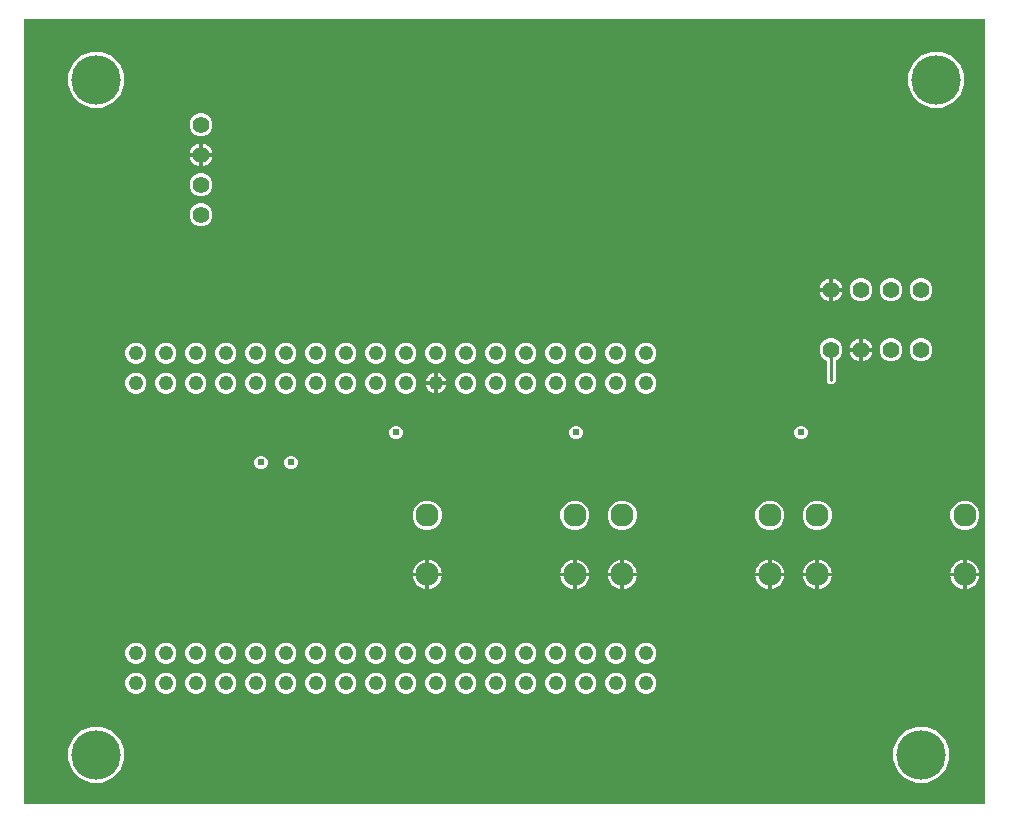
<source format=gbr>
G04 EAGLE Gerber RS-274X export*
G75*
%MOMM*%
%FSLAX34Y34*%
%LPD*%
%INCopper Layer 2*%
%IPPOS*%
%AMOC8*
5,1,8,0,0,1.08239X$1,22.5*%
G01*
%ADD10C,4.191000*%
%ADD11C,1.960000*%
%ADD12C,1.244600*%
%ADD13C,1.422400*%
%ADD14C,0.609600*%
%ADD15C,0.254000*%

G36*
X815668Y2544D02*
X815668Y2544D01*
X815687Y2542D01*
X815789Y2564D01*
X815891Y2580D01*
X815908Y2590D01*
X815928Y2594D01*
X816017Y2647D01*
X816108Y2696D01*
X816122Y2710D01*
X816139Y2720D01*
X816206Y2799D01*
X816278Y2874D01*
X816286Y2892D01*
X816299Y2907D01*
X816338Y3003D01*
X816381Y3097D01*
X816383Y3117D01*
X816391Y3135D01*
X816409Y3302D01*
X816409Y666498D01*
X816406Y666518D01*
X816408Y666537D01*
X816386Y666639D01*
X816370Y666741D01*
X816360Y666758D01*
X816356Y666778D01*
X816303Y666867D01*
X816254Y666958D01*
X816240Y666972D01*
X816230Y666989D01*
X816151Y667056D01*
X816076Y667128D01*
X816058Y667136D01*
X816043Y667149D01*
X815947Y667188D01*
X815853Y667231D01*
X815833Y667233D01*
X815815Y667241D01*
X815648Y667259D01*
X3302Y667259D01*
X3282Y667256D01*
X3263Y667258D01*
X3161Y667236D01*
X3059Y667220D01*
X3042Y667210D01*
X3022Y667206D01*
X2933Y667153D01*
X2842Y667104D01*
X2828Y667090D01*
X2811Y667080D01*
X2744Y667001D01*
X2672Y666926D01*
X2664Y666908D01*
X2651Y666893D01*
X2612Y666797D01*
X2569Y666703D01*
X2567Y666683D01*
X2559Y666665D01*
X2541Y666498D01*
X2541Y3302D01*
X2544Y3282D01*
X2542Y3263D01*
X2564Y3161D01*
X2580Y3059D01*
X2590Y3042D01*
X2594Y3022D01*
X2647Y2933D01*
X2696Y2842D01*
X2710Y2828D01*
X2720Y2811D01*
X2799Y2744D01*
X2874Y2672D01*
X2892Y2664D01*
X2907Y2651D01*
X3003Y2612D01*
X3097Y2569D01*
X3117Y2567D01*
X3135Y2559D01*
X3302Y2541D01*
X815648Y2541D01*
X815668Y2544D01*
G37*
%LPC*%
G36*
X770026Y592454D02*
X770026Y592454D01*
X761391Y596031D01*
X754781Y602641D01*
X751204Y611276D01*
X751204Y620624D01*
X754781Y629259D01*
X761391Y635869D01*
X770026Y639446D01*
X779374Y639446D01*
X788009Y635869D01*
X794619Y629259D01*
X798196Y620624D01*
X798196Y611276D01*
X794619Y602641D01*
X788009Y596031D01*
X779374Y592454D01*
X770026Y592454D01*
G37*
%LPD*%
%LPC*%
G36*
X58826Y592454D02*
X58826Y592454D01*
X50191Y596031D01*
X43581Y602641D01*
X40004Y611276D01*
X40004Y620624D01*
X43581Y629259D01*
X50191Y635869D01*
X58826Y639446D01*
X68174Y639446D01*
X76809Y635869D01*
X83419Y629259D01*
X86996Y620624D01*
X86996Y611276D01*
X83419Y602641D01*
X76809Y596031D01*
X68174Y592454D01*
X58826Y592454D01*
G37*
%LPD*%
%LPC*%
G36*
X757326Y20954D02*
X757326Y20954D01*
X748691Y24531D01*
X742081Y31141D01*
X738504Y39776D01*
X738504Y49124D01*
X742081Y57759D01*
X748691Y64369D01*
X757326Y67946D01*
X766674Y67946D01*
X775309Y64369D01*
X781919Y57759D01*
X785496Y49124D01*
X785496Y39776D01*
X781919Y31141D01*
X775309Y24531D01*
X766674Y20954D01*
X757326Y20954D01*
G37*
%LPD*%
%LPC*%
G36*
X58826Y20954D02*
X58826Y20954D01*
X50191Y24531D01*
X43581Y31141D01*
X40004Y39776D01*
X40004Y49124D01*
X43581Y57759D01*
X50191Y64369D01*
X58826Y67946D01*
X68174Y67946D01*
X76809Y64369D01*
X83419Y57759D01*
X86996Y49124D01*
X86996Y39776D01*
X83419Y31141D01*
X76809Y24531D01*
X68174Y20954D01*
X58826Y20954D01*
G37*
%LPD*%
%LPC*%
G36*
X631545Y234909D02*
X631545Y234909D01*
X627010Y236788D01*
X623538Y240260D01*
X621659Y244795D01*
X621659Y249705D01*
X623538Y254240D01*
X627010Y257712D01*
X631545Y259591D01*
X636455Y259591D01*
X640990Y257712D01*
X644462Y254240D01*
X646341Y249705D01*
X646341Y244795D01*
X644462Y240260D01*
X640990Y236788D01*
X636455Y234909D01*
X631545Y234909D01*
G37*
%LPD*%
%LPC*%
G36*
X341445Y234909D02*
X341445Y234909D01*
X336910Y236788D01*
X333438Y240260D01*
X331559Y244795D01*
X331559Y249705D01*
X333438Y254240D01*
X336910Y257712D01*
X341445Y259591D01*
X346355Y259591D01*
X350890Y257712D01*
X354362Y254240D01*
X356241Y249705D01*
X356241Y244795D01*
X354362Y240260D01*
X350890Y236788D01*
X346355Y234909D01*
X341445Y234909D01*
G37*
%LPD*%
%LPC*%
G36*
X671645Y234909D02*
X671645Y234909D01*
X667110Y236788D01*
X663638Y240260D01*
X661759Y244795D01*
X661759Y249705D01*
X663638Y254240D01*
X667110Y257712D01*
X671645Y259591D01*
X676555Y259591D01*
X681090Y257712D01*
X684562Y254240D01*
X686441Y249705D01*
X686441Y244795D01*
X684562Y240260D01*
X681090Y236788D01*
X676555Y234909D01*
X671645Y234909D01*
G37*
%LPD*%
%LPC*%
G36*
X796645Y234909D02*
X796645Y234909D01*
X792110Y236788D01*
X788638Y240260D01*
X786759Y244795D01*
X786759Y249705D01*
X788638Y254240D01*
X792110Y257712D01*
X796645Y259591D01*
X801555Y259591D01*
X806090Y257712D01*
X809562Y254240D01*
X811441Y249705D01*
X811441Y244795D01*
X809562Y240260D01*
X806090Y236788D01*
X801555Y234909D01*
X796645Y234909D01*
G37*
%LPD*%
%LPC*%
G36*
X466445Y234909D02*
X466445Y234909D01*
X461910Y236788D01*
X458438Y240260D01*
X456559Y244795D01*
X456559Y249705D01*
X458438Y254240D01*
X461910Y257712D01*
X466445Y259591D01*
X471355Y259591D01*
X475890Y257712D01*
X479362Y254240D01*
X481241Y249705D01*
X481241Y244795D01*
X479362Y240260D01*
X475890Y236788D01*
X471355Y234909D01*
X466445Y234909D01*
G37*
%LPD*%
%LPC*%
G36*
X506545Y234909D02*
X506545Y234909D01*
X502010Y236788D01*
X498538Y240260D01*
X496659Y244795D01*
X496659Y249705D01*
X498538Y254240D01*
X502010Y257712D01*
X506545Y259591D01*
X511455Y259591D01*
X515990Y257712D01*
X519462Y254240D01*
X521341Y249705D01*
X521341Y244795D01*
X519462Y240260D01*
X515990Y236788D01*
X511455Y234909D01*
X506545Y234909D01*
G37*
%LPD*%
%LPC*%
G36*
X684222Y358139D02*
X684222Y358139D01*
X681989Y360372D01*
X681989Y377972D01*
X681970Y378087D01*
X681953Y378203D01*
X681951Y378208D01*
X681950Y378215D01*
X681895Y378317D01*
X681842Y378422D01*
X681837Y378426D01*
X681834Y378432D01*
X681750Y378512D01*
X681666Y378594D01*
X681660Y378598D01*
X681656Y378601D01*
X681639Y378609D01*
X681519Y378675D01*
X680332Y379167D01*
X677617Y381882D01*
X676147Y385430D01*
X676147Y389270D01*
X677617Y392818D01*
X680332Y395533D01*
X683880Y397003D01*
X687720Y397003D01*
X691268Y395533D01*
X693983Y392818D01*
X695453Y389270D01*
X695453Y385430D01*
X693983Y381882D01*
X691268Y379167D01*
X690081Y378675D01*
X689981Y378614D01*
X689881Y378554D01*
X689877Y378549D01*
X689872Y378545D01*
X689797Y378456D01*
X689721Y378367D01*
X689719Y378361D01*
X689715Y378356D01*
X689673Y378248D01*
X689629Y378138D01*
X689628Y378131D01*
X689627Y378126D01*
X689626Y378108D01*
X689611Y377972D01*
X689611Y360372D01*
X687378Y358139D01*
X684222Y358139D01*
G37*
%LPD*%
%LPC*%
G36*
X150480Y568197D02*
X150480Y568197D01*
X146932Y569667D01*
X144217Y572382D01*
X142747Y575930D01*
X142747Y579770D01*
X144217Y583318D01*
X146932Y586033D01*
X150480Y587503D01*
X154320Y587503D01*
X157868Y586033D01*
X160583Y583318D01*
X162053Y579770D01*
X162053Y575930D01*
X160583Y572382D01*
X157868Y569667D01*
X154320Y568197D01*
X150480Y568197D01*
G37*
%LPD*%
%LPC*%
G36*
X760080Y377697D02*
X760080Y377697D01*
X756532Y379167D01*
X753817Y381882D01*
X752347Y385430D01*
X752347Y389270D01*
X753817Y392818D01*
X756532Y395533D01*
X760080Y397003D01*
X763920Y397003D01*
X767468Y395533D01*
X770183Y392818D01*
X771653Y389270D01*
X771653Y385430D01*
X770183Y381882D01*
X767468Y379167D01*
X763920Y377697D01*
X760080Y377697D01*
G37*
%LPD*%
%LPC*%
G36*
X150480Y517397D02*
X150480Y517397D01*
X146932Y518867D01*
X144217Y521582D01*
X142747Y525130D01*
X142747Y528970D01*
X144217Y532518D01*
X146932Y535233D01*
X150480Y536703D01*
X154320Y536703D01*
X157868Y535233D01*
X160583Y532518D01*
X162053Y528970D01*
X162053Y525130D01*
X160583Y521582D01*
X157868Y518867D01*
X154320Y517397D01*
X150480Y517397D01*
G37*
%LPD*%
%LPC*%
G36*
X150480Y491997D02*
X150480Y491997D01*
X146932Y493467D01*
X144217Y496182D01*
X142747Y499730D01*
X142747Y503570D01*
X144217Y507118D01*
X146932Y509833D01*
X150480Y511303D01*
X154320Y511303D01*
X157868Y509833D01*
X160583Y507118D01*
X162053Y503570D01*
X162053Y499730D01*
X160583Y496182D01*
X157868Y493467D01*
X154320Y491997D01*
X150480Y491997D01*
G37*
%LPD*%
%LPC*%
G36*
X760080Y428497D02*
X760080Y428497D01*
X756532Y429967D01*
X753817Y432682D01*
X752347Y436230D01*
X752347Y440070D01*
X753817Y443618D01*
X756532Y446333D01*
X760080Y447803D01*
X763920Y447803D01*
X767468Y446333D01*
X770183Y443618D01*
X771653Y440070D01*
X771653Y436230D01*
X770183Y432682D01*
X767468Y429967D01*
X763920Y428497D01*
X760080Y428497D01*
G37*
%LPD*%
%LPC*%
G36*
X734680Y428497D02*
X734680Y428497D01*
X731132Y429967D01*
X728417Y432682D01*
X726947Y436230D01*
X726947Y440070D01*
X728417Y443618D01*
X731132Y446333D01*
X734680Y447803D01*
X738520Y447803D01*
X742068Y446333D01*
X744783Y443618D01*
X746253Y440070D01*
X746253Y436230D01*
X744783Y432682D01*
X742068Y429967D01*
X738520Y428497D01*
X734680Y428497D01*
G37*
%LPD*%
%LPC*%
G36*
X709280Y428497D02*
X709280Y428497D01*
X705732Y429967D01*
X703017Y432682D01*
X701547Y436230D01*
X701547Y440070D01*
X703017Y443618D01*
X705732Y446333D01*
X709280Y447803D01*
X713120Y447803D01*
X716668Y446333D01*
X719383Y443618D01*
X720853Y440070D01*
X720853Y436230D01*
X719383Y432682D01*
X716668Y429967D01*
X713120Y428497D01*
X709280Y428497D01*
G37*
%LPD*%
%LPC*%
G36*
X734680Y377697D02*
X734680Y377697D01*
X731132Y379167D01*
X728417Y381882D01*
X726947Y385430D01*
X726947Y389270D01*
X728417Y392818D01*
X731132Y395533D01*
X734680Y397003D01*
X738520Y397003D01*
X742068Y395533D01*
X744783Y392818D01*
X746253Y389270D01*
X746253Y385430D01*
X744783Y381882D01*
X742068Y379167D01*
X738520Y377697D01*
X734680Y377697D01*
G37*
%LPD*%
%LPC*%
G36*
X527257Y96386D02*
X527257Y96386D01*
X524036Y97720D01*
X521570Y100186D01*
X520236Y103407D01*
X520236Y106893D01*
X521570Y110114D01*
X524036Y112580D01*
X527257Y113914D01*
X530743Y113914D01*
X533964Y112580D01*
X536430Y110114D01*
X537764Y106893D01*
X537764Y103407D01*
X536430Y100186D01*
X533964Y97720D01*
X530743Y96386D01*
X527257Y96386D01*
G37*
%LPD*%
%LPC*%
G36*
X95457Y121786D02*
X95457Y121786D01*
X92236Y123120D01*
X89770Y125586D01*
X88436Y128807D01*
X88436Y132293D01*
X89770Y135514D01*
X92236Y137980D01*
X95457Y139314D01*
X98943Y139314D01*
X102164Y137980D01*
X104630Y135514D01*
X105964Y132293D01*
X105964Y128807D01*
X104630Y125586D01*
X102164Y123120D01*
X98943Y121786D01*
X95457Y121786D01*
G37*
%LPD*%
%LPC*%
G36*
X476457Y96386D02*
X476457Y96386D01*
X473236Y97720D01*
X470770Y100186D01*
X469436Y103407D01*
X469436Y106893D01*
X470770Y110114D01*
X473236Y112580D01*
X476457Y113914D01*
X479943Y113914D01*
X483164Y112580D01*
X485630Y110114D01*
X486964Y106893D01*
X486964Y103407D01*
X485630Y100186D01*
X483164Y97720D01*
X479943Y96386D01*
X476457Y96386D01*
G37*
%LPD*%
%LPC*%
G36*
X451057Y96386D02*
X451057Y96386D01*
X447836Y97720D01*
X445370Y100186D01*
X444036Y103407D01*
X444036Y106893D01*
X445370Y110114D01*
X447836Y112580D01*
X451057Y113914D01*
X454543Y113914D01*
X457764Y112580D01*
X460230Y110114D01*
X461564Y106893D01*
X461564Y103407D01*
X460230Y100186D01*
X457764Y97720D01*
X454543Y96386D01*
X451057Y96386D01*
G37*
%LPD*%
%LPC*%
G36*
X425657Y96386D02*
X425657Y96386D01*
X422436Y97720D01*
X419970Y100186D01*
X418636Y103407D01*
X418636Y106893D01*
X419970Y110114D01*
X422436Y112580D01*
X425657Y113914D01*
X429143Y113914D01*
X432364Y112580D01*
X434830Y110114D01*
X436164Y106893D01*
X436164Y103407D01*
X434830Y100186D01*
X432364Y97720D01*
X429143Y96386D01*
X425657Y96386D01*
G37*
%LPD*%
%LPC*%
G36*
X400257Y96386D02*
X400257Y96386D01*
X397036Y97720D01*
X394570Y100186D01*
X393236Y103407D01*
X393236Y106893D01*
X394570Y110114D01*
X397036Y112580D01*
X400257Y113914D01*
X403743Y113914D01*
X406964Y112580D01*
X409430Y110114D01*
X410764Y106893D01*
X410764Y103407D01*
X409430Y100186D01*
X406964Y97720D01*
X403743Y96386D01*
X400257Y96386D01*
G37*
%LPD*%
%LPC*%
G36*
X374857Y96386D02*
X374857Y96386D01*
X371636Y97720D01*
X369170Y100186D01*
X367836Y103407D01*
X367836Y106893D01*
X369170Y110114D01*
X371636Y112580D01*
X374857Y113914D01*
X378343Y113914D01*
X381564Y112580D01*
X384030Y110114D01*
X385364Y106893D01*
X385364Y103407D01*
X384030Y100186D01*
X381564Y97720D01*
X378343Y96386D01*
X374857Y96386D01*
G37*
%LPD*%
%LPC*%
G36*
X349457Y96386D02*
X349457Y96386D01*
X346236Y97720D01*
X343770Y100186D01*
X342436Y103407D01*
X342436Y106893D01*
X343770Y110114D01*
X346236Y112580D01*
X349457Y113914D01*
X352943Y113914D01*
X356164Y112580D01*
X358630Y110114D01*
X359964Y106893D01*
X359964Y103407D01*
X358630Y100186D01*
X356164Y97720D01*
X352943Y96386D01*
X349457Y96386D01*
G37*
%LPD*%
%LPC*%
G36*
X324057Y96386D02*
X324057Y96386D01*
X320836Y97720D01*
X318370Y100186D01*
X317036Y103407D01*
X317036Y106893D01*
X318370Y110114D01*
X320836Y112580D01*
X324057Y113914D01*
X327543Y113914D01*
X330764Y112580D01*
X333230Y110114D01*
X334564Y106893D01*
X334564Y103407D01*
X333230Y100186D01*
X330764Y97720D01*
X327543Y96386D01*
X324057Y96386D01*
G37*
%LPD*%
%LPC*%
G36*
X222457Y375786D02*
X222457Y375786D01*
X219236Y377120D01*
X216770Y379586D01*
X215436Y382807D01*
X215436Y386293D01*
X216770Y389514D01*
X219236Y391980D01*
X222457Y393314D01*
X225943Y393314D01*
X229164Y391980D01*
X231630Y389514D01*
X232964Y386293D01*
X232964Y382807D01*
X231630Y379586D01*
X229164Y377120D01*
X225943Y375786D01*
X222457Y375786D01*
G37*
%LPD*%
%LPC*%
G36*
X298657Y96386D02*
X298657Y96386D01*
X295436Y97720D01*
X292970Y100186D01*
X291636Y103407D01*
X291636Y106893D01*
X292970Y110114D01*
X295436Y112580D01*
X298657Y113914D01*
X302143Y113914D01*
X305364Y112580D01*
X307830Y110114D01*
X309164Y106893D01*
X309164Y103407D01*
X307830Y100186D01*
X305364Y97720D01*
X302143Y96386D01*
X298657Y96386D01*
G37*
%LPD*%
%LPC*%
G36*
X273257Y96386D02*
X273257Y96386D01*
X270036Y97720D01*
X267570Y100186D01*
X266236Y103407D01*
X266236Y106893D01*
X267570Y110114D01*
X270036Y112580D01*
X273257Y113914D01*
X276743Y113914D01*
X279964Y112580D01*
X282430Y110114D01*
X283764Y106893D01*
X283764Y103407D01*
X282430Y100186D01*
X279964Y97720D01*
X276743Y96386D01*
X273257Y96386D01*
G37*
%LPD*%
%LPC*%
G36*
X298657Y375786D02*
X298657Y375786D01*
X295436Y377120D01*
X292970Y379586D01*
X291636Y382807D01*
X291636Y386293D01*
X292970Y389514D01*
X295436Y391980D01*
X298657Y393314D01*
X302143Y393314D01*
X305364Y391980D01*
X307830Y389514D01*
X309164Y386293D01*
X309164Y382807D01*
X307830Y379586D01*
X305364Y377120D01*
X302143Y375786D01*
X298657Y375786D01*
G37*
%LPD*%
%LPC*%
G36*
X273257Y375786D02*
X273257Y375786D01*
X270036Y377120D01*
X267570Y379586D01*
X266236Y382807D01*
X266236Y386293D01*
X267570Y389514D01*
X270036Y391980D01*
X273257Y393314D01*
X276743Y393314D01*
X279964Y391980D01*
X282430Y389514D01*
X283764Y386293D01*
X283764Y382807D01*
X282430Y379586D01*
X279964Y377120D01*
X276743Y375786D01*
X273257Y375786D01*
G37*
%LPD*%
%LPC*%
G36*
X527257Y375786D02*
X527257Y375786D01*
X524036Y377120D01*
X521570Y379586D01*
X520236Y382807D01*
X520236Y386293D01*
X521570Y389514D01*
X524036Y391980D01*
X527257Y393314D01*
X530743Y393314D01*
X533964Y391980D01*
X536430Y389514D01*
X537764Y386293D01*
X537764Y382807D01*
X536430Y379586D01*
X533964Y377120D01*
X530743Y375786D01*
X527257Y375786D01*
G37*
%LPD*%
%LPC*%
G36*
X501857Y375786D02*
X501857Y375786D01*
X498636Y377120D01*
X496170Y379586D01*
X494836Y382807D01*
X494836Y386293D01*
X496170Y389514D01*
X498636Y391980D01*
X501857Y393314D01*
X505343Y393314D01*
X508564Y391980D01*
X511030Y389514D01*
X512364Y386293D01*
X512364Y382807D01*
X511030Y379586D01*
X508564Y377120D01*
X505343Y375786D01*
X501857Y375786D01*
G37*
%LPD*%
%LPC*%
G36*
X476457Y375786D02*
X476457Y375786D01*
X473236Y377120D01*
X470770Y379586D01*
X469436Y382807D01*
X469436Y386293D01*
X470770Y389514D01*
X473236Y391980D01*
X476457Y393314D01*
X479943Y393314D01*
X483164Y391980D01*
X485630Y389514D01*
X486964Y386293D01*
X486964Y382807D01*
X485630Y379586D01*
X483164Y377120D01*
X479943Y375786D01*
X476457Y375786D01*
G37*
%LPD*%
%LPC*%
G36*
X451057Y375786D02*
X451057Y375786D01*
X447836Y377120D01*
X445370Y379586D01*
X444036Y382807D01*
X444036Y386293D01*
X445370Y389514D01*
X447836Y391980D01*
X451057Y393314D01*
X454543Y393314D01*
X457764Y391980D01*
X460230Y389514D01*
X461564Y386293D01*
X461564Y382807D01*
X460230Y379586D01*
X457764Y377120D01*
X454543Y375786D01*
X451057Y375786D01*
G37*
%LPD*%
%LPC*%
G36*
X425657Y375786D02*
X425657Y375786D01*
X422436Y377120D01*
X419970Y379586D01*
X418636Y382807D01*
X418636Y386293D01*
X419970Y389514D01*
X422436Y391980D01*
X425657Y393314D01*
X429143Y393314D01*
X432364Y391980D01*
X434830Y389514D01*
X436164Y386293D01*
X436164Y382807D01*
X434830Y379586D01*
X432364Y377120D01*
X429143Y375786D01*
X425657Y375786D01*
G37*
%LPD*%
%LPC*%
G36*
X400257Y375786D02*
X400257Y375786D01*
X397036Y377120D01*
X394570Y379586D01*
X393236Y382807D01*
X393236Y386293D01*
X394570Y389514D01*
X397036Y391980D01*
X400257Y393314D01*
X403743Y393314D01*
X406964Y391980D01*
X409430Y389514D01*
X410764Y386293D01*
X410764Y382807D01*
X409430Y379586D01*
X406964Y377120D01*
X403743Y375786D01*
X400257Y375786D01*
G37*
%LPD*%
%LPC*%
G36*
X374857Y375786D02*
X374857Y375786D01*
X371636Y377120D01*
X369170Y379586D01*
X367836Y382807D01*
X367836Y386293D01*
X369170Y389514D01*
X371636Y391980D01*
X374857Y393314D01*
X378343Y393314D01*
X381564Y391980D01*
X384030Y389514D01*
X385364Y386293D01*
X385364Y382807D01*
X384030Y379586D01*
X381564Y377120D01*
X378343Y375786D01*
X374857Y375786D01*
G37*
%LPD*%
%LPC*%
G36*
X349457Y375786D02*
X349457Y375786D01*
X346236Y377120D01*
X343770Y379586D01*
X342436Y382807D01*
X342436Y386293D01*
X343770Y389514D01*
X346236Y391980D01*
X349457Y393314D01*
X352943Y393314D01*
X356164Y391980D01*
X358630Y389514D01*
X359964Y386293D01*
X359964Y382807D01*
X358630Y379586D01*
X356164Y377120D01*
X352943Y375786D01*
X349457Y375786D01*
G37*
%LPD*%
%LPC*%
G36*
X324057Y375786D02*
X324057Y375786D01*
X320836Y377120D01*
X318370Y379586D01*
X317036Y382807D01*
X317036Y386293D01*
X318370Y389514D01*
X320836Y391980D01*
X324057Y393314D01*
X327543Y393314D01*
X330764Y391980D01*
X333230Y389514D01*
X334564Y386293D01*
X334564Y382807D01*
X333230Y379586D01*
X330764Y377120D01*
X327543Y375786D01*
X324057Y375786D01*
G37*
%LPD*%
%LPC*%
G36*
X247857Y375786D02*
X247857Y375786D01*
X244636Y377120D01*
X242170Y379586D01*
X240836Y382807D01*
X240836Y386293D01*
X242170Y389514D01*
X244636Y391980D01*
X247857Y393314D01*
X251343Y393314D01*
X254564Y391980D01*
X257030Y389514D01*
X258364Y386293D01*
X258364Y382807D01*
X257030Y379586D01*
X254564Y377120D01*
X251343Y375786D01*
X247857Y375786D01*
G37*
%LPD*%
%LPC*%
G36*
X247857Y96386D02*
X247857Y96386D01*
X244636Y97720D01*
X242170Y100186D01*
X240836Y103407D01*
X240836Y106893D01*
X242170Y110114D01*
X244636Y112580D01*
X247857Y113914D01*
X251343Y113914D01*
X254564Y112580D01*
X257030Y110114D01*
X258364Y106893D01*
X258364Y103407D01*
X257030Y100186D01*
X254564Y97720D01*
X251343Y96386D01*
X247857Y96386D01*
G37*
%LPD*%
%LPC*%
G36*
X197057Y375786D02*
X197057Y375786D01*
X193836Y377120D01*
X191370Y379586D01*
X190036Y382807D01*
X190036Y386293D01*
X191370Y389514D01*
X193836Y391980D01*
X197057Y393314D01*
X200543Y393314D01*
X203764Y391980D01*
X206230Y389514D01*
X207564Y386293D01*
X207564Y382807D01*
X206230Y379586D01*
X203764Y377120D01*
X200543Y375786D01*
X197057Y375786D01*
G37*
%LPD*%
%LPC*%
G36*
X171657Y375786D02*
X171657Y375786D01*
X168436Y377120D01*
X165970Y379586D01*
X164636Y382807D01*
X164636Y386293D01*
X165970Y389514D01*
X168436Y391980D01*
X171657Y393314D01*
X175143Y393314D01*
X178364Y391980D01*
X180830Y389514D01*
X182164Y386293D01*
X182164Y382807D01*
X180830Y379586D01*
X178364Y377120D01*
X175143Y375786D01*
X171657Y375786D01*
G37*
%LPD*%
%LPC*%
G36*
X146257Y375786D02*
X146257Y375786D01*
X143036Y377120D01*
X140570Y379586D01*
X139236Y382807D01*
X139236Y386293D01*
X140570Y389514D01*
X143036Y391980D01*
X146257Y393314D01*
X149743Y393314D01*
X152964Y391980D01*
X155430Y389514D01*
X156764Y386293D01*
X156764Y382807D01*
X155430Y379586D01*
X152964Y377120D01*
X149743Y375786D01*
X146257Y375786D01*
G37*
%LPD*%
%LPC*%
G36*
X120857Y375786D02*
X120857Y375786D01*
X117636Y377120D01*
X115170Y379586D01*
X113836Y382807D01*
X113836Y386293D01*
X115170Y389514D01*
X117636Y391980D01*
X120857Y393314D01*
X124343Y393314D01*
X127564Y391980D01*
X130030Y389514D01*
X131364Y386293D01*
X131364Y382807D01*
X130030Y379586D01*
X127564Y377120D01*
X124343Y375786D01*
X120857Y375786D01*
G37*
%LPD*%
%LPC*%
G36*
X95457Y375786D02*
X95457Y375786D01*
X92236Y377120D01*
X89770Y379586D01*
X88436Y382807D01*
X88436Y386293D01*
X89770Y389514D01*
X92236Y391980D01*
X95457Y393314D01*
X98943Y393314D01*
X102164Y391980D01*
X104630Y389514D01*
X105964Y386293D01*
X105964Y382807D01*
X104630Y379586D01*
X102164Y377120D01*
X98943Y375786D01*
X95457Y375786D01*
G37*
%LPD*%
%LPC*%
G36*
X222457Y96386D02*
X222457Y96386D01*
X219236Y97720D01*
X216770Y100186D01*
X215436Y103407D01*
X215436Y106893D01*
X216770Y110114D01*
X219236Y112580D01*
X222457Y113914D01*
X225943Y113914D01*
X229164Y112580D01*
X231630Y110114D01*
X232964Y106893D01*
X232964Y103407D01*
X231630Y100186D01*
X229164Y97720D01*
X225943Y96386D01*
X222457Y96386D01*
G37*
%LPD*%
%LPC*%
G36*
X197057Y96386D02*
X197057Y96386D01*
X193836Y97720D01*
X191370Y100186D01*
X190036Y103407D01*
X190036Y106893D01*
X191370Y110114D01*
X193836Y112580D01*
X197057Y113914D01*
X200543Y113914D01*
X203764Y112580D01*
X206230Y110114D01*
X207564Y106893D01*
X207564Y103407D01*
X206230Y100186D01*
X203764Y97720D01*
X200543Y96386D01*
X197057Y96386D01*
G37*
%LPD*%
%LPC*%
G36*
X171657Y96386D02*
X171657Y96386D01*
X168436Y97720D01*
X165970Y100186D01*
X164636Y103407D01*
X164636Y106893D01*
X165970Y110114D01*
X168436Y112580D01*
X171657Y113914D01*
X175143Y113914D01*
X178364Y112580D01*
X180830Y110114D01*
X182164Y106893D01*
X182164Y103407D01*
X180830Y100186D01*
X178364Y97720D01*
X175143Y96386D01*
X171657Y96386D01*
G37*
%LPD*%
%LPC*%
G36*
X527257Y350386D02*
X527257Y350386D01*
X524036Y351720D01*
X521570Y354186D01*
X520236Y357407D01*
X520236Y360893D01*
X521570Y364114D01*
X524036Y366580D01*
X527257Y367914D01*
X530743Y367914D01*
X533964Y366580D01*
X536430Y364114D01*
X537764Y360893D01*
X537764Y357407D01*
X536430Y354186D01*
X533964Y351720D01*
X530743Y350386D01*
X527257Y350386D01*
G37*
%LPD*%
%LPC*%
G36*
X501857Y350386D02*
X501857Y350386D01*
X498636Y351720D01*
X496170Y354186D01*
X494836Y357407D01*
X494836Y360893D01*
X496170Y364114D01*
X498636Y366580D01*
X501857Y367914D01*
X505343Y367914D01*
X508564Y366580D01*
X511030Y364114D01*
X512364Y360893D01*
X512364Y357407D01*
X511030Y354186D01*
X508564Y351720D01*
X505343Y350386D01*
X501857Y350386D01*
G37*
%LPD*%
%LPC*%
G36*
X476457Y350386D02*
X476457Y350386D01*
X473236Y351720D01*
X470770Y354186D01*
X469436Y357407D01*
X469436Y360893D01*
X470770Y364114D01*
X473236Y366580D01*
X476457Y367914D01*
X479943Y367914D01*
X483164Y366580D01*
X485630Y364114D01*
X486964Y360893D01*
X486964Y357407D01*
X485630Y354186D01*
X483164Y351720D01*
X479943Y350386D01*
X476457Y350386D01*
G37*
%LPD*%
%LPC*%
G36*
X451057Y350386D02*
X451057Y350386D01*
X447836Y351720D01*
X445370Y354186D01*
X444036Y357407D01*
X444036Y360893D01*
X445370Y364114D01*
X447836Y366580D01*
X451057Y367914D01*
X454543Y367914D01*
X457764Y366580D01*
X460230Y364114D01*
X461564Y360893D01*
X461564Y357407D01*
X460230Y354186D01*
X457764Y351720D01*
X454543Y350386D01*
X451057Y350386D01*
G37*
%LPD*%
%LPC*%
G36*
X425657Y350386D02*
X425657Y350386D01*
X422436Y351720D01*
X419970Y354186D01*
X418636Y357407D01*
X418636Y360893D01*
X419970Y364114D01*
X422436Y366580D01*
X425657Y367914D01*
X429143Y367914D01*
X432364Y366580D01*
X434830Y364114D01*
X436164Y360893D01*
X436164Y357407D01*
X434830Y354186D01*
X432364Y351720D01*
X429143Y350386D01*
X425657Y350386D01*
G37*
%LPD*%
%LPC*%
G36*
X400257Y350386D02*
X400257Y350386D01*
X397036Y351720D01*
X394570Y354186D01*
X393236Y357407D01*
X393236Y360893D01*
X394570Y364114D01*
X397036Y366580D01*
X400257Y367914D01*
X403743Y367914D01*
X406964Y366580D01*
X409430Y364114D01*
X410764Y360893D01*
X410764Y357407D01*
X409430Y354186D01*
X406964Y351720D01*
X403743Y350386D01*
X400257Y350386D01*
G37*
%LPD*%
%LPC*%
G36*
X374857Y350386D02*
X374857Y350386D01*
X371636Y351720D01*
X369170Y354186D01*
X367836Y357407D01*
X367836Y360893D01*
X369170Y364114D01*
X371636Y366580D01*
X374857Y367914D01*
X378343Y367914D01*
X381564Y366580D01*
X384030Y364114D01*
X385364Y360893D01*
X385364Y357407D01*
X384030Y354186D01*
X381564Y351720D01*
X378343Y350386D01*
X374857Y350386D01*
G37*
%LPD*%
%LPC*%
G36*
X324057Y350386D02*
X324057Y350386D01*
X320836Y351720D01*
X318370Y354186D01*
X317036Y357407D01*
X317036Y360893D01*
X318370Y364114D01*
X320836Y366580D01*
X324057Y367914D01*
X327543Y367914D01*
X330764Y366580D01*
X333230Y364114D01*
X334564Y360893D01*
X334564Y357407D01*
X333230Y354186D01*
X330764Y351720D01*
X327543Y350386D01*
X324057Y350386D01*
G37*
%LPD*%
%LPC*%
G36*
X298657Y350386D02*
X298657Y350386D01*
X295436Y351720D01*
X292970Y354186D01*
X291636Y357407D01*
X291636Y360893D01*
X292970Y364114D01*
X295436Y366580D01*
X298657Y367914D01*
X302143Y367914D01*
X305364Y366580D01*
X307830Y364114D01*
X309164Y360893D01*
X309164Y357407D01*
X307830Y354186D01*
X305364Y351720D01*
X302143Y350386D01*
X298657Y350386D01*
G37*
%LPD*%
%LPC*%
G36*
X273257Y350386D02*
X273257Y350386D01*
X270036Y351720D01*
X267570Y354186D01*
X266236Y357407D01*
X266236Y360893D01*
X267570Y364114D01*
X270036Y366580D01*
X273257Y367914D01*
X276743Y367914D01*
X279964Y366580D01*
X282430Y364114D01*
X283764Y360893D01*
X283764Y357407D01*
X282430Y354186D01*
X279964Y351720D01*
X276743Y350386D01*
X273257Y350386D01*
G37*
%LPD*%
%LPC*%
G36*
X222457Y350386D02*
X222457Y350386D01*
X219236Y351720D01*
X216770Y354186D01*
X215436Y357407D01*
X215436Y360893D01*
X216770Y364114D01*
X219236Y366580D01*
X222457Y367914D01*
X225943Y367914D01*
X229164Y366580D01*
X231630Y364114D01*
X232964Y360893D01*
X232964Y357407D01*
X231630Y354186D01*
X229164Y351720D01*
X225943Y350386D01*
X222457Y350386D01*
G37*
%LPD*%
%LPC*%
G36*
X197057Y350386D02*
X197057Y350386D01*
X193836Y351720D01*
X191370Y354186D01*
X190036Y357407D01*
X190036Y360893D01*
X191370Y364114D01*
X193836Y366580D01*
X197057Y367914D01*
X200543Y367914D01*
X203764Y366580D01*
X206230Y364114D01*
X207564Y360893D01*
X207564Y357407D01*
X206230Y354186D01*
X203764Y351720D01*
X200543Y350386D01*
X197057Y350386D01*
G37*
%LPD*%
%LPC*%
G36*
X171657Y350386D02*
X171657Y350386D01*
X168436Y351720D01*
X165970Y354186D01*
X164636Y357407D01*
X164636Y360893D01*
X165970Y364114D01*
X168436Y366580D01*
X171657Y367914D01*
X175143Y367914D01*
X178364Y366580D01*
X180830Y364114D01*
X182164Y360893D01*
X182164Y357407D01*
X180830Y354186D01*
X178364Y351720D01*
X175143Y350386D01*
X171657Y350386D01*
G37*
%LPD*%
%LPC*%
G36*
X146257Y350386D02*
X146257Y350386D01*
X143036Y351720D01*
X140570Y354186D01*
X139236Y357407D01*
X139236Y360893D01*
X140570Y364114D01*
X143036Y366580D01*
X146257Y367914D01*
X149743Y367914D01*
X152964Y366580D01*
X155430Y364114D01*
X156764Y360893D01*
X156764Y357407D01*
X155430Y354186D01*
X152964Y351720D01*
X149743Y350386D01*
X146257Y350386D01*
G37*
%LPD*%
%LPC*%
G36*
X120857Y350386D02*
X120857Y350386D01*
X117636Y351720D01*
X115170Y354186D01*
X113836Y357407D01*
X113836Y360893D01*
X115170Y364114D01*
X117636Y366580D01*
X120857Y367914D01*
X124343Y367914D01*
X127564Y366580D01*
X130030Y364114D01*
X131364Y360893D01*
X131364Y357407D01*
X130030Y354186D01*
X127564Y351720D01*
X124343Y350386D01*
X120857Y350386D01*
G37*
%LPD*%
%LPC*%
G36*
X95457Y350386D02*
X95457Y350386D01*
X92236Y351720D01*
X89770Y354186D01*
X88436Y357407D01*
X88436Y360893D01*
X89770Y364114D01*
X92236Y366580D01*
X95457Y367914D01*
X98943Y367914D01*
X102164Y366580D01*
X104630Y364114D01*
X105964Y360893D01*
X105964Y357407D01*
X104630Y354186D01*
X102164Y351720D01*
X98943Y350386D01*
X95457Y350386D01*
G37*
%LPD*%
%LPC*%
G36*
X146257Y96386D02*
X146257Y96386D01*
X143036Y97720D01*
X140570Y100186D01*
X139236Y103407D01*
X139236Y106893D01*
X140570Y110114D01*
X143036Y112580D01*
X146257Y113914D01*
X149743Y113914D01*
X152964Y112580D01*
X155430Y110114D01*
X156764Y106893D01*
X156764Y103407D01*
X155430Y100186D01*
X152964Y97720D01*
X149743Y96386D01*
X146257Y96386D01*
G37*
%LPD*%
%LPC*%
G36*
X120857Y96386D02*
X120857Y96386D01*
X117636Y97720D01*
X115170Y100186D01*
X113836Y103407D01*
X113836Y106893D01*
X115170Y110114D01*
X117636Y112580D01*
X120857Y113914D01*
X124343Y113914D01*
X127564Y112580D01*
X130030Y110114D01*
X131364Y106893D01*
X131364Y103407D01*
X130030Y100186D01*
X127564Y97720D01*
X124343Y96386D01*
X120857Y96386D01*
G37*
%LPD*%
%LPC*%
G36*
X95457Y96386D02*
X95457Y96386D01*
X92236Y97720D01*
X89770Y100186D01*
X88436Y103407D01*
X88436Y106893D01*
X89770Y110114D01*
X92236Y112580D01*
X95457Y113914D01*
X98943Y113914D01*
X102164Y112580D01*
X104630Y110114D01*
X105964Y106893D01*
X105964Y103407D01*
X104630Y100186D01*
X102164Y97720D01*
X98943Y96386D01*
X95457Y96386D01*
G37*
%LPD*%
%LPC*%
G36*
X501857Y96386D02*
X501857Y96386D01*
X498636Y97720D01*
X496170Y100186D01*
X494836Y103407D01*
X494836Y106893D01*
X496170Y110114D01*
X498636Y112580D01*
X501857Y113914D01*
X505343Y113914D01*
X508564Y112580D01*
X511030Y110114D01*
X512364Y106893D01*
X512364Y103407D01*
X511030Y100186D01*
X508564Y97720D01*
X505343Y96386D01*
X501857Y96386D01*
G37*
%LPD*%
%LPC*%
G36*
X247857Y350386D02*
X247857Y350386D01*
X244636Y351720D01*
X242170Y354186D01*
X240836Y357407D01*
X240836Y360893D01*
X242170Y364114D01*
X244636Y366580D01*
X247857Y367914D01*
X251343Y367914D01*
X254564Y366580D01*
X257030Y364114D01*
X258364Y360893D01*
X258364Y357407D01*
X257030Y354186D01*
X254564Y351720D01*
X251343Y350386D01*
X247857Y350386D01*
G37*
%LPD*%
%LPC*%
G36*
X120857Y121786D02*
X120857Y121786D01*
X117636Y123120D01*
X115170Y125586D01*
X113836Y128807D01*
X113836Y132293D01*
X115170Y135514D01*
X117636Y137980D01*
X120857Y139314D01*
X124343Y139314D01*
X127564Y137980D01*
X130030Y135514D01*
X131364Y132293D01*
X131364Y128807D01*
X130030Y125586D01*
X127564Y123120D01*
X124343Y121786D01*
X120857Y121786D01*
G37*
%LPD*%
%LPC*%
G36*
X527257Y121786D02*
X527257Y121786D01*
X524036Y123120D01*
X521570Y125586D01*
X520236Y128807D01*
X520236Y132293D01*
X521570Y135514D01*
X524036Y137980D01*
X527257Y139314D01*
X530743Y139314D01*
X533964Y137980D01*
X536430Y135514D01*
X537764Y132293D01*
X537764Y128807D01*
X536430Y125586D01*
X533964Y123120D01*
X530743Y121786D01*
X527257Y121786D01*
G37*
%LPD*%
%LPC*%
G36*
X501857Y121786D02*
X501857Y121786D01*
X498636Y123120D01*
X496170Y125586D01*
X494836Y128807D01*
X494836Y132293D01*
X496170Y135514D01*
X498636Y137980D01*
X501857Y139314D01*
X505343Y139314D01*
X508564Y137980D01*
X511030Y135514D01*
X512364Y132293D01*
X512364Y128807D01*
X511030Y125586D01*
X508564Y123120D01*
X505343Y121786D01*
X501857Y121786D01*
G37*
%LPD*%
%LPC*%
G36*
X476457Y121786D02*
X476457Y121786D01*
X473236Y123120D01*
X470770Y125586D01*
X469436Y128807D01*
X469436Y132293D01*
X470770Y135514D01*
X473236Y137980D01*
X476457Y139314D01*
X479943Y139314D01*
X483164Y137980D01*
X485630Y135514D01*
X486964Y132293D01*
X486964Y128807D01*
X485630Y125586D01*
X483164Y123120D01*
X479943Y121786D01*
X476457Y121786D01*
G37*
%LPD*%
%LPC*%
G36*
X451057Y121786D02*
X451057Y121786D01*
X447836Y123120D01*
X445370Y125586D01*
X444036Y128807D01*
X444036Y132293D01*
X445370Y135514D01*
X447836Y137980D01*
X451057Y139314D01*
X454543Y139314D01*
X457764Y137980D01*
X460230Y135514D01*
X461564Y132293D01*
X461564Y128807D01*
X460230Y125586D01*
X457764Y123120D01*
X454543Y121786D01*
X451057Y121786D01*
G37*
%LPD*%
%LPC*%
G36*
X425657Y121786D02*
X425657Y121786D01*
X422436Y123120D01*
X419970Y125586D01*
X418636Y128807D01*
X418636Y132293D01*
X419970Y135514D01*
X422436Y137980D01*
X425657Y139314D01*
X429143Y139314D01*
X432364Y137980D01*
X434830Y135514D01*
X436164Y132293D01*
X436164Y128807D01*
X434830Y125586D01*
X432364Y123120D01*
X429143Y121786D01*
X425657Y121786D01*
G37*
%LPD*%
%LPC*%
G36*
X400257Y121786D02*
X400257Y121786D01*
X397036Y123120D01*
X394570Y125586D01*
X393236Y128807D01*
X393236Y132293D01*
X394570Y135514D01*
X397036Y137980D01*
X400257Y139314D01*
X403743Y139314D01*
X406964Y137980D01*
X409430Y135514D01*
X410764Y132293D01*
X410764Y128807D01*
X409430Y125586D01*
X406964Y123120D01*
X403743Y121786D01*
X400257Y121786D01*
G37*
%LPD*%
%LPC*%
G36*
X374857Y121786D02*
X374857Y121786D01*
X371636Y123120D01*
X369170Y125586D01*
X367836Y128807D01*
X367836Y132293D01*
X369170Y135514D01*
X371636Y137980D01*
X374857Y139314D01*
X378343Y139314D01*
X381564Y137980D01*
X384030Y135514D01*
X385364Y132293D01*
X385364Y128807D01*
X384030Y125586D01*
X381564Y123120D01*
X378343Y121786D01*
X374857Y121786D01*
G37*
%LPD*%
%LPC*%
G36*
X349457Y121786D02*
X349457Y121786D01*
X346236Y123120D01*
X343770Y125586D01*
X342436Y128807D01*
X342436Y132293D01*
X343770Y135514D01*
X346236Y137980D01*
X349457Y139314D01*
X352943Y139314D01*
X356164Y137980D01*
X358630Y135514D01*
X359964Y132293D01*
X359964Y128807D01*
X358630Y125586D01*
X356164Y123120D01*
X352943Y121786D01*
X349457Y121786D01*
G37*
%LPD*%
%LPC*%
G36*
X324057Y121786D02*
X324057Y121786D01*
X320836Y123120D01*
X318370Y125586D01*
X317036Y128807D01*
X317036Y132293D01*
X318370Y135514D01*
X320836Y137980D01*
X324057Y139314D01*
X327543Y139314D01*
X330764Y137980D01*
X333230Y135514D01*
X334564Y132293D01*
X334564Y128807D01*
X333230Y125586D01*
X330764Y123120D01*
X327543Y121786D01*
X324057Y121786D01*
G37*
%LPD*%
%LPC*%
G36*
X298657Y121786D02*
X298657Y121786D01*
X295436Y123120D01*
X292970Y125586D01*
X291636Y128807D01*
X291636Y132293D01*
X292970Y135514D01*
X295436Y137980D01*
X298657Y139314D01*
X302143Y139314D01*
X305364Y137980D01*
X307830Y135514D01*
X309164Y132293D01*
X309164Y128807D01*
X307830Y125586D01*
X305364Y123120D01*
X302143Y121786D01*
X298657Y121786D01*
G37*
%LPD*%
%LPC*%
G36*
X273257Y121786D02*
X273257Y121786D01*
X270036Y123120D01*
X267570Y125586D01*
X266236Y128807D01*
X266236Y132293D01*
X267570Y135514D01*
X270036Y137980D01*
X273257Y139314D01*
X276743Y139314D01*
X279964Y137980D01*
X282430Y135514D01*
X283764Y132293D01*
X283764Y128807D01*
X282430Y125586D01*
X279964Y123120D01*
X276743Y121786D01*
X273257Y121786D01*
G37*
%LPD*%
%LPC*%
G36*
X247857Y121786D02*
X247857Y121786D01*
X244636Y123120D01*
X242170Y125586D01*
X240836Y128807D01*
X240836Y132293D01*
X242170Y135514D01*
X244636Y137980D01*
X247857Y139314D01*
X251343Y139314D01*
X254564Y137980D01*
X257030Y135514D01*
X258364Y132293D01*
X258364Y128807D01*
X257030Y125586D01*
X254564Y123120D01*
X251343Y121786D01*
X247857Y121786D01*
G37*
%LPD*%
%LPC*%
G36*
X222457Y121786D02*
X222457Y121786D01*
X219236Y123120D01*
X216770Y125586D01*
X215436Y128807D01*
X215436Y132293D01*
X216770Y135514D01*
X219236Y137980D01*
X222457Y139314D01*
X225943Y139314D01*
X229164Y137980D01*
X231630Y135514D01*
X232964Y132293D01*
X232964Y128807D01*
X231630Y125586D01*
X229164Y123120D01*
X225943Y121786D01*
X222457Y121786D01*
G37*
%LPD*%
%LPC*%
G36*
X197057Y121786D02*
X197057Y121786D01*
X193836Y123120D01*
X191370Y125586D01*
X190036Y128807D01*
X190036Y132293D01*
X191370Y135514D01*
X193836Y137980D01*
X197057Y139314D01*
X200543Y139314D01*
X203764Y137980D01*
X206230Y135514D01*
X207564Y132293D01*
X207564Y128807D01*
X206230Y125586D01*
X203764Y123120D01*
X200543Y121786D01*
X197057Y121786D01*
G37*
%LPD*%
%LPC*%
G36*
X171657Y121786D02*
X171657Y121786D01*
X168436Y123120D01*
X165970Y125586D01*
X164636Y128807D01*
X164636Y132293D01*
X165970Y135514D01*
X168436Y137980D01*
X171657Y139314D01*
X175143Y139314D01*
X178364Y137980D01*
X180830Y135514D01*
X182164Y132293D01*
X182164Y128807D01*
X180830Y125586D01*
X178364Y123120D01*
X175143Y121786D01*
X171657Y121786D01*
G37*
%LPD*%
%LPC*%
G36*
X146257Y121786D02*
X146257Y121786D01*
X143036Y123120D01*
X140570Y125586D01*
X139236Y128807D01*
X139236Y132293D01*
X140570Y135514D01*
X143036Y137980D01*
X146257Y139314D01*
X149743Y139314D01*
X152964Y137980D01*
X155430Y135514D01*
X156764Y132293D01*
X156764Y128807D01*
X155430Y125586D01*
X152964Y123120D01*
X149743Y121786D01*
X146257Y121786D01*
G37*
%LPD*%
%LPC*%
G36*
X468788Y311911D02*
X468788Y311911D01*
X466734Y312762D01*
X465162Y314334D01*
X464311Y316388D01*
X464311Y318612D01*
X465162Y320666D01*
X466734Y322238D01*
X468788Y323089D01*
X471012Y323089D01*
X473066Y322238D01*
X474638Y320666D01*
X475489Y318612D01*
X475489Y316388D01*
X474638Y314334D01*
X473066Y312762D01*
X471012Y311911D01*
X468788Y311911D01*
G37*
%LPD*%
%LPC*%
G36*
X202088Y286511D02*
X202088Y286511D01*
X200034Y287362D01*
X198462Y288934D01*
X197611Y290988D01*
X197611Y293212D01*
X198462Y295266D01*
X200034Y296838D01*
X202088Y297689D01*
X204312Y297689D01*
X206366Y296838D01*
X207938Y295266D01*
X208789Y293212D01*
X208789Y290988D01*
X207938Y288934D01*
X206366Y287362D01*
X204312Y286511D01*
X202088Y286511D01*
G37*
%LPD*%
%LPC*%
G36*
X659288Y311911D02*
X659288Y311911D01*
X657234Y312762D01*
X655662Y314334D01*
X654811Y316388D01*
X654811Y318612D01*
X655662Y320666D01*
X657234Y322238D01*
X659288Y323089D01*
X661512Y323089D01*
X663566Y322238D01*
X665138Y320666D01*
X665989Y318612D01*
X665989Y316388D01*
X665138Y314334D01*
X663566Y312762D01*
X661512Y311911D01*
X659288Y311911D01*
G37*
%LPD*%
%LPC*%
G36*
X227488Y286511D02*
X227488Y286511D01*
X225434Y287362D01*
X223862Y288934D01*
X223011Y290988D01*
X223011Y293212D01*
X223862Y295266D01*
X225434Y296838D01*
X227488Y297689D01*
X229712Y297689D01*
X231766Y296838D01*
X233338Y295266D01*
X234189Y293212D01*
X234189Y290988D01*
X233338Y288934D01*
X231766Y287362D01*
X229712Y286511D01*
X227488Y286511D01*
G37*
%LPD*%
%LPC*%
G36*
X316388Y311911D02*
X316388Y311911D01*
X314334Y312762D01*
X312762Y314334D01*
X311911Y316388D01*
X311911Y318612D01*
X312762Y320666D01*
X314334Y322238D01*
X316388Y323089D01*
X318612Y323089D01*
X320666Y322238D01*
X322238Y320666D01*
X323089Y318612D01*
X323089Y316388D01*
X322238Y314334D01*
X320666Y312762D01*
X318612Y311911D01*
X316388Y311911D01*
G37*
%LPD*%
%LPC*%
G36*
X345423Y198773D02*
X345423Y198773D01*
X345423Y209503D01*
X346790Y209287D01*
X348637Y208687D01*
X350368Y207805D01*
X351939Y206663D01*
X353313Y205289D01*
X354455Y203718D01*
X355337Y201987D01*
X355937Y200140D01*
X356153Y198773D01*
X345423Y198773D01*
G37*
%LPD*%
%LPC*%
G36*
X635523Y198773D02*
X635523Y198773D01*
X635523Y209503D01*
X636890Y209287D01*
X638737Y208687D01*
X640468Y207805D01*
X642039Y206663D01*
X643413Y205289D01*
X644555Y203718D01*
X645437Y201987D01*
X646037Y200140D01*
X646253Y198773D01*
X635523Y198773D01*
G37*
%LPD*%
%LPC*%
G36*
X510523Y198773D02*
X510523Y198773D01*
X510523Y209503D01*
X511890Y209287D01*
X513737Y208687D01*
X515468Y207805D01*
X517039Y206663D01*
X518413Y205289D01*
X519555Y203718D01*
X520437Y201987D01*
X521037Y200140D01*
X521253Y198773D01*
X510523Y198773D01*
G37*
%LPD*%
%LPC*%
G36*
X470423Y198773D02*
X470423Y198773D01*
X470423Y209503D01*
X471790Y209287D01*
X473637Y208687D01*
X475368Y207805D01*
X476939Y206663D01*
X478313Y205289D01*
X479455Y203718D01*
X480337Y201987D01*
X480937Y200140D01*
X481153Y198773D01*
X470423Y198773D01*
G37*
%LPD*%
%LPC*%
G36*
X675623Y198773D02*
X675623Y198773D01*
X675623Y209503D01*
X676990Y209287D01*
X678837Y208687D01*
X680568Y207805D01*
X682139Y206663D01*
X683513Y205289D01*
X684655Y203718D01*
X685537Y201987D01*
X686137Y200140D01*
X686353Y198773D01*
X675623Y198773D01*
G37*
%LPD*%
%LPC*%
G36*
X800623Y198773D02*
X800623Y198773D01*
X800623Y209503D01*
X801990Y209287D01*
X803837Y208687D01*
X805568Y207805D01*
X807139Y206663D01*
X808513Y205289D01*
X809655Y203718D01*
X810537Y201987D01*
X811137Y200140D01*
X811353Y198773D01*
X800623Y198773D01*
G37*
%LPD*%
%LPC*%
G36*
X675623Y195727D02*
X675623Y195727D01*
X686353Y195727D01*
X686137Y194360D01*
X685537Y192513D01*
X684655Y190782D01*
X683513Y189211D01*
X682139Y187837D01*
X680568Y186695D01*
X678837Y185813D01*
X676990Y185213D01*
X675623Y184997D01*
X675623Y195727D01*
G37*
%LPD*%
%LPC*%
G36*
X635523Y195727D02*
X635523Y195727D01*
X646253Y195727D01*
X646037Y194360D01*
X645437Y192513D01*
X644555Y190782D01*
X643413Y189211D01*
X642039Y187837D01*
X640468Y186695D01*
X638737Y185813D01*
X636890Y185213D01*
X635523Y184997D01*
X635523Y195727D01*
G37*
%LPD*%
%LPC*%
G36*
X470423Y195727D02*
X470423Y195727D01*
X481153Y195727D01*
X480937Y194360D01*
X480337Y192513D01*
X479455Y190782D01*
X478313Y189211D01*
X476939Y187837D01*
X475368Y186695D01*
X473637Y185813D01*
X471790Y185213D01*
X470423Y184997D01*
X470423Y195727D01*
G37*
%LPD*%
%LPC*%
G36*
X510523Y195727D02*
X510523Y195727D01*
X521253Y195727D01*
X521037Y194360D01*
X520437Y192513D01*
X519555Y190782D01*
X518413Y189211D01*
X517039Y187837D01*
X515468Y186695D01*
X513737Y185813D01*
X511890Y185213D01*
X510523Y184997D01*
X510523Y195727D01*
G37*
%LPD*%
%LPC*%
G36*
X800623Y195727D02*
X800623Y195727D01*
X811353Y195727D01*
X811137Y194360D01*
X810537Y192513D01*
X809655Y190782D01*
X808513Y189211D01*
X807139Y187837D01*
X805568Y186695D01*
X803837Y185813D01*
X801990Y185213D01*
X800623Y184997D01*
X800623Y195727D01*
G37*
%LPD*%
%LPC*%
G36*
X331647Y198773D02*
X331647Y198773D01*
X331863Y200140D01*
X332463Y201987D01*
X333345Y203718D01*
X334487Y205289D01*
X335861Y206663D01*
X337432Y207805D01*
X339163Y208687D01*
X341010Y209287D01*
X342377Y209503D01*
X342377Y198773D01*
X331647Y198773D01*
G37*
%LPD*%
%LPC*%
G36*
X456647Y198773D02*
X456647Y198773D01*
X456863Y200140D01*
X457463Y201987D01*
X458345Y203718D01*
X459487Y205289D01*
X460861Y206663D01*
X462432Y207805D01*
X464163Y208687D01*
X466010Y209287D01*
X467377Y209503D01*
X467377Y198773D01*
X456647Y198773D01*
G37*
%LPD*%
%LPC*%
G36*
X496747Y198773D02*
X496747Y198773D01*
X496963Y200140D01*
X497563Y201987D01*
X498445Y203718D01*
X499587Y205289D01*
X500961Y206663D01*
X502532Y207805D01*
X504263Y208687D01*
X506110Y209287D01*
X507477Y209503D01*
X507477Y198773D01*
X496747Y198773D01*
G37*
%LPD*%
%LPC*%
G36*
X621747Y198773D02*
X621747Y198773D01*
X621963Y200140D01*
X622563Y201987D01*
X623445Y203718D01*
X624587Y205289D01*
X625961Y206663D01*
X627532Y207805D01*
X629263Y208687D01*
X631110Y209287D01*
X632477Y209503D01*
X632477Y198773D01*
X621747Y198773D01*
G37*
%LPD*%
%LPC*%
G36*
X661847Y198773D02*
X661847Y198773D01*
X662063Y200140D01*
X662663Y201987D01*
X663545Y203718D01*
X664687Y205289D01*
X666061Y206663D01*
X667632Y207805D01*
X669363Y208687D01*
X671210Y209287D01*
X672577Y209503D01*
X672577Y198773D01*
X661847Y198773D01*
G37*
%LPD*%
%LPC*%
G36*
X786847Y198773D02*
X786847Y198773D01*
X787063Y200140D01*
X787663Y201987D01*
X788545Y203718D01*
X789687Y205289D01*
X791061Y206663D01*
X792632Y207805D01*
X794363Y208687D01*
X796210Y209287D01*
X797577Y209503D01*
X797577Y198773D01*
X786847Y198773D01*
G37*
%LPD*%
%LPC*%
G36*
X345423Y195727D02*
X345423Y195727D01*
X356153Y195727D01*
X355937Y194360D01*
X355337Y192513D01*
X354455Y190782D01*
X353313Y189211D01*
X351939Y187837D01*
X350368Y186695D01*
X348637Y185813D01*
X346790Y185213D01*
X345423Y184997D01*
X345423Y195727D01*
G37*
%LPD*%
%LPC*%
G36*
X341010Y185213D02*
X341010Y185213D01*
X339163Y185813D01*
X337432Y186695D01*
X335861Y187837D01*
X334487Y189211D01*
X333345Y190782D01*
X332463Y192513D01*
X331863Y194360D01*
X331647Y195727D01*
X342377Y195727D01*
X342377Y184997D01*
X341010Y185213D01*
G37*
%LPD*%
%LPC*%
G36*
X796210Y185213D02*
X796210Y185213D01*
X794363Y185813D01*
X792632Y186695D01*
X791061Y187837D01*
X789687Y189211D01*
X788545Y190782D01*
X787663Y192513D01*
X787063Y194360D01*
X786847Y195727D01*
X797577Y195727D01*
X797577Y184997D01*
X796210Y185213D01*
G37*
%LPD*%
%LPC*%
G36*
X671210Y185213D02*
X671210Y185213D01*
X669363Y185813D01*
X667632Y186695D01*
X666061Y187837D01*
X664687Y189211D01*
X663545Y190782D01*
X662663Y192513D01*
X662063Y194360D01*
X661847Y195727D01*
X672577Y195727D01*
X672577Y184997D01*
X671210Y185213D01*
G37*
%LPD*%
%LPC*%
G36*
X631110Y185213D02*
X631110Y185213D01*
X629263Y185813D01*
X627532Y186695D01*
X625961Y187837D01*
X624587Y189211D01*
X623445Y190782D01*
X622563Y192513D01*
X621963Y194360D01*
X621747Y195727D01*
X632477Y195727D01*
X632477Y184997D01*
X631110Y185213D01*
G37*
%LPD*%
%LPC*%
G36*
X506110Y185213D02*
X506110Y185213D01*
X504263Y185813D01*
X502532Y186695D01*
X500961Y187837D01*
X499587Y189211D01*
X498445Y190782D01*
X497563Y192513D01*
X496963Y194360D01*
X496747Y195727D01*
X507477Y195727D01*
X507477Y184997D01*
X506110Y185213D01*
G37*
%LPD*%
%LPC*%
G36*
X466010Y185213D02*
X466010Y185213D01*
X464163Y185813D01*
X462432Y186695D01*
X460861Y187837D01*
X459487Y189211D01*
X458345Y190782D01*
X457463Y192513D01*
X456863Y194360D01*
X456647Y195727D01*
X467377Y195727D01*
X467377Y184997D01*
X466010Y185213D01*
G37*
%LPD*%
%LPC*%
G36*
X153923Y553973D02*
X153923Y553973D01*
X153923Y561982D01*
X154660Y561865D01*
X156105Y561396D01*
X157459Y560706D01*
X158688Y559813D01*
X159763Y558738D01*
X160656Y557509D01*
X161346Y556155D01*
X161815Y554710D01*
X161932Y553973D01*
X153923Y553973D01*
G37*
%LPD*%
%LPC*%
G36*
X712723Y388873D02*
X712723Y388873D01*
X712723Y396882D01*
X713460Y396765D01*
X714905Y396296D01*
X716259Y395606D01*
X717488Y394713D01*
X718563Y393638D01*
X719456Y392409D01*
X720146Y391055D01*
X720615Y389610D01*
X720732Y388873D01*
X712723Y388873D01*
G37*
%LPD*%
%LPC*%
G36*
X687323Y439673D02*
X687323Y439673D01*
X687323Y447682D01*
X688060Y447565D01*
X689505Y447096D01*
X690859Y446406D01*
X692088Y445513D01*
X693163Y444438D01*
X694056Y443209D01*
X694746Y441855D01*
X695215Y440410D01*
X695332Y439673D01*
X687323Y439673D01*
G37*
%LPD*%
%LPC*%
G36*
X142868Y553973D02*
X142868Y553973D01*
X142985Y554710D01*
X143454Y556155D01*
X144144Y557509D01*
X145037Y558738D01*
X146112Y559813D01*
X147341Y560706D01*
X148695Y561396D01*
X150140Y561865D01*
X150877Y561982D01*
X150877Y553973D01*
X142868Y553973D01*
G37*
%LPD*%
%LPC*%
G36*
X153923Y550927D02*
X153923Y550927D01*
X161932Y550927D01*
X161815Y550190D01*
X161346Y548745D01*
X160656Y547391D01*
X159763Y546162D01*
X158688Y545087D01*
X157459Y544194D01*
X156105Y543504D01*
X154660Y543035D01*
X153923Y542918D01*
X153923Y550927D01*
G37*
%LPD*%
%LPC*%
G36*
X676268Y439673D02*
X676268Y439673D01*
X676385Y440410D01*
X676854Y441855D01*
X677544Y443209D01*
X678437Y444438D01*
X679512Y445513D01*
X680741Y446406D01*
X682095Y447096D01*
X683540Y447565D01*
X684277Y447682D01*
X684277Y439673D01*
X676268Y439673D01*
G37*
%LPD*%
%LPC*%
G36*
X687323Y436627D02*
X687323Y436627D01*
X695332Y436627D01*
X695215Y435890D01*
X694746Y434445D01*
X694056Y433091D01*
X693163Y431862D01*
X692088Y430787D01*
X690859Y429894D01*
X689505Y429204D01*
X688060Y428735D01*
X687323Y428618D01*
X687323Y436627D01*
G37*
%LPD*%
%LPC*%
G36*
X701668Y388873D02*
X701668Y388873D01*
X701785Y389610D01*
X702254Y391055D01*
X702944Y392409D01*
X703837Y393638D01*
X704912Y394713D01*
X706141Y395606D01*
X707495Y396296D01*
X708940Y396765D01*
X709677Y396882D01*
X709677Y388873D01*
X701668Y388873D01*
G37*
%LPD*%
%LPC*%
G36*
X712723Y385827D02*
X712723Y385827D01*
X720732Y385827D01*
X720615Y385090D01*
X720146Y383645D01*
X719456Y382291D01*
X718563Y381062D01*
X717488Y379987D01*
X716259Y379094D01*
X714905Y378404D01*
X713460Y377935D01*
X712723Y377818D01*
X712723Y385827D01*
G37*
%LPD*%
%LPC*%
G36*
X150140Y543035D02*
X150140Y543035D01*
X148695Y543504D01*
X147341Y544194D01*
X146112Y545087D01*
X145037Y546162D01*
X144144Y547391D01*
X143454Y548745D01*
X142985Y550190D01*
X142868Y550927D01*
X150877Y550927D01*
X150877Y542918D01*
X150140Y543035D01*
G37*
%LPD*%
%LPC*%
G36*
X683540Y428735D02*
X683540Y428735D01*
X682095Y429204D01*
X680741Y429894D01*
X679512Y430787D01*
X678437Y431862D01*
X677544Y433091D01*
X676854Y434445D01*
X676385Y435890D01*
X676268Y436627D01*
X684277Y436627D01*
X684277Y428618D01*
X683540Y428735D01*
G37*
%LPD*%
%LPC*%
G36*
X708940Y377935D02*
X708940Y377935D01*
X707495Y378404D01*
X706141Y379094D01*
X704912Y379987D01*
X703837Y381062D01*
X702944Y382291D01*
X702254Y383645D01*
X701785Y385090D01*
X701668Y385827D01*
X709677Y385827D01*
X709677Y377818D01*
X708940Y377935D01*
G37*
%LPD*%
%LPC*%
G36*
X352723Y360673D02*
X352723Y360673D01*
X352723Y367782D01*
X353756Y367577D01*
X355351Y366916D01*
X356787Y365957D01*
X358007Y364737D01*
X358966Y363301D01*
X359627Y361706D01*
X359832Y360673D01*
X352723Y360673D01*
G37*
%LPD*%
%LPC*%
G36*
X342568Y360673D02*
X342568Y360673D01*
X342773Y361706D01*
X343434Y363301D01*
X344393Y364737D01*
X345613Y365957D01*
X347049Y366916D01*
X348644Y367577D01*
X349677Y367782D01*
X349677Y360673D01*
X342568Y360673D01*
G37*
%LPD*%
%LPC*%
G36*
X352723Y357627D02*
X352723Y357627D01*
X359832Y357627D01*
X359627Y356594D01*
X358966Y354999D01*
X358007Y353563D01*
X356787Y352343D01*
X355351Y351384D01*
X353756Y350723D01*
X352723Y350518D01*
X352723Y357627D01*
G37*
%LPD*%
%LPC*%
G36*
X348644Y350723D02*
X348644Y350723D01*
X347049Y351384D01*
X345613Y352343D01*
X344393Y353563D01*
X343434Y354999D01*
X342773Y356594D01*
X342568Y357627D01*
X349677Y357627D01*
X349677Y350518D01*
X348644Y350723D01*
G37*
%LPD*%
%LPC*%
G36*
X152399Y552449D02*
X152399Y552449D01*
X152399Y552451D01*
X152401Y552451D01*
X152401Y552449D01*
X152399Y552449D01*
G37*
%LPD*%
%LPC*%
G36*
X685799Y438149D02*
X685799Y438149D01*
X685799Y438151D01*
X685801Y438151D01*
X685801Y438149D01*
X685799Y438149D01*
G37*
%LPD*%
%LPC*%
G36*
X711199Y387349D02*
X711199Y387349D01*
X711199Y387351D01*
X711201Y387351D01*
X711201Y387349D01*
X711199Y387349D01*
G37*
%LPD*%
%LPC*%
G36*
X343899Y197249D02*
X343899Y197249D01*
X343899Y197251D01*
X343901Y197251D01*
X343901Y197249D01*
X343899Y197249D01*
G37*
%LPD*%
%LPC*%
G36*
X633999Y197249D02*
X633999Y197249D01*
X633999Y197251D01*
X634001Y197251D01*
X634001Y197249D01*
X633999Y197249D01*
G37*
%LPD*%
%LPC*%
G36*
X508999Y197249D02*
X508999Y197249D01*
X508999Y197251D01*
X509001Y197251D01*
X509001Y197249D01*
X508999Y197249D01*
G37*
%LPD*%
%LPC*%
G36*
X799099Y197249D02*
X799099Y197249D01*
X799099Y197251D01*
X799101Y197251D01*
X799101Y197249D01*
X799099Y197249D01*
G37*
%LPD*%
%LPC*%
G36*
X674099Y197249D02*
X674099Y197249D01*
X674099Y197251D01*
X674101Y197251D01*
X674101Y197249D01*
X674099Y197249D01*
G37*
%LPD*%
%LPC*%
G36*
X351199Y359149D02*
X351199Y359149D01*
X351199Y359151D01*
X351201Y359151D01*
X351201Y359149D01*
X351199Y359149D01*
G37*
%LPD*%
%LPC*%
G36*
X468899Y197249D02*
X468899Y197249D01*
X468899Y197251D01*
X468901Y197251D01*
X468901Y197249D01*
X468899Y197249D01*
G37*
%LPD*%
D10*
X762000Y44450D03*
X63500Y44450D03*
X774700Y615950D03*
X63500Y615950D03*
D11*
X799100Y197250D03*
X799100Y247250D03*
X674100Y247250D03*
X674100Y197250D03*
X634000Y197250D03*
X634000Y247250D03*
X509000Y247250D03*
X509000Y197250D03*
X468900Y197250D03*
X468900Y247250D03*
X343900Y247250D03*
X343900Y197250D03*
D12*
X97200Y105150D03*
X97200Y130550D03*
X122600Y105150D03*
X122600Y130550D03*
X148000Y105150D03*
X148000Y130550D03*
X173400Y105150D03*
X173400Y130550D03*
X198800Y105150D03*
X198800Y130550D03*
X224200Y105150D03*
X224200Y130550D03*
X249600Y105150D03*
X249600Y130550D03*
X275000Y105150D03*
X275000Y130550D03*
X300400Y105150D03*
X300400Y130550D03*
X325800Y105150D03*
X325800Y130550D03*
X351200Y105150D03*
X351200Y130550D03*
X376600Y105150D03*
X376600Y130550D03*
X402000Y105150D03*
X402000Y130550D03*
X427400Y105150D03*
X427400Y130550D03*
X452800Y105150D03*
X452800Y130550D03*
X478200Y105150D03*
X478200Y130550D03*
X503600Y105150D03*
X503600Y130550D03*
X529000Y105150D03*
X529000Y130550D03*
X97200Y359150D03*
X97200Y384550D03*
X122600Y359150D03*
X122600Y384550D03*
X148000Y359150D03*
X148000Y384550D03*
X173400Y359150D03*
X173400Y384550D03*
X198800Y359150D03*
X198800Y384550D03*
X224200Y359150D03*
X224200Y384550D03*
X249600Y359150D03*
X249600Y384550D03*
X275000Y359150D03*
X275000Y384550D03*
X300400Y359150D03*
X300400Y384550D03*
X325800Y359150D03*
X325800Y384550D03*
X351200Y359150D03*
X351200Y384550D03*
X376600Y359150D03*
X376600Y384550D03*
X402000Y359150D03*
X402000Y384550D03*
X427400Y359150D03*
X427400Y384550D03*
X452800Y359150D03*
X452800Y384550D03*
X478200Y359150D03*
X478200Y384550D03*
X503600Y359150D03*
X503600Y384550D03*
X529000Y359150D03*
X529000Y384550D03*
D13*
X685800Y438150D03*
X711200Y438150D03*
X736600Y438150D03*
X762000Y438150D03*
X685800Y387350D03*
X711200Y387350D03*
X736600Y387350D03*
X762000Y387350D03*
X152400Y577850D03*
X152400Y552450D03*
X152400Y527050D03*
X152400Y501650D03*
D14*
X203200Y292100D03*
X228600Y292100D03*
X317500Y317500D03*
X469900Y317500D03*
X660400Y317500D03*
D15*
X685800Y361950D02*
X685800Y387350D01*
D14*
X774700Y95250D03*
D15*
X190500Y552450D02*
X152400Y552450D01*
M02*

</source>
